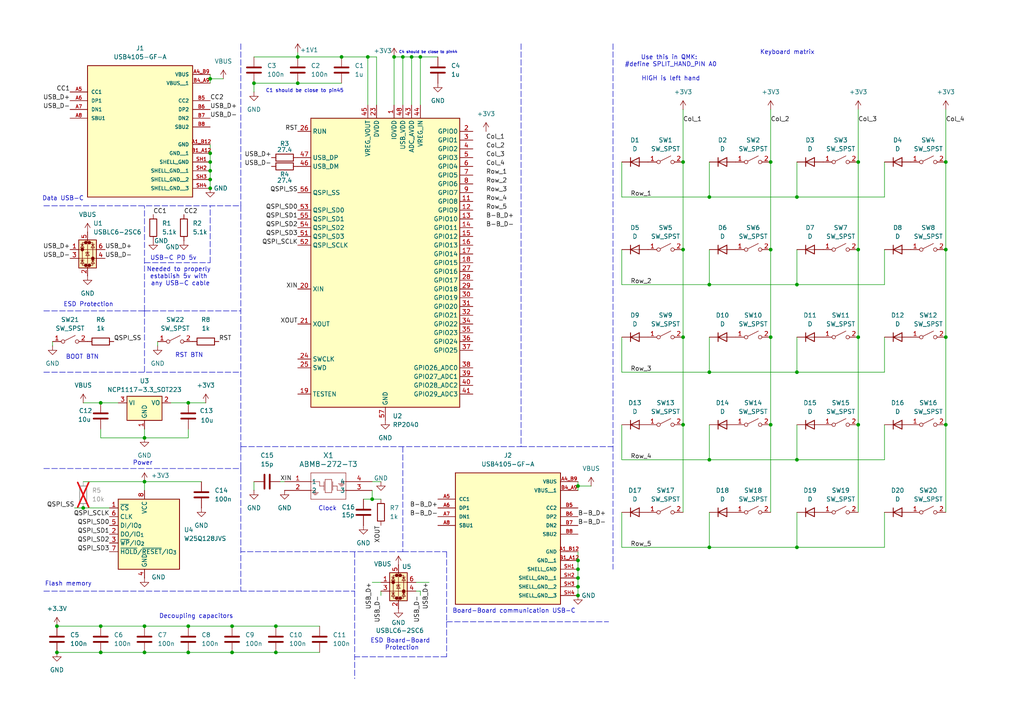
<source format=kicad_sch>
(kicad_sch (version 20250114) (generator "eeschema") (generator_version "9.0")
  (paper "A4")
  (title_block (title "Split Choc Z Board Master Layout") (date "2025-05-07") (rev "1"))
  (text "BOOT BTN" (at 23.876 103.632 0) (effects (font (size 1.27 1.27))))
  (text "Use this in QMK: \n#define SPLIT_HAND_PIN A0\n\nHIGH is left hand" (at 194.564 19.812 0) (effects (font (size 1.27 1.27))))
  (text "Clock" (at 94.996 147.574 0) (effects (font (size 1.27 1.27))))
  (text "RST BTN" (at 54.864 103.124 0) (effects (font (size 1.27 1.27))))
  (text "ESD Protection" (at 25.654 88.392 0) (effects (font (size 1.27 1.27))))
  (text "Flash memory" (at 19.812 169.418 0) (effects (font (size 1.27 1.27))))
  (text "C1 should be close to pin45" (at 88.392 26.416 0) (effects (font (size 1.016 1.016))))
  (text "Data USB-C" (at 18.288 57.658 0) (effects (font (size 1.27 1.27))))
  (text "Board-Board communication USB-C" (at 149.098 177.292 0) (effects (font (size 1.27 1.27))))
  (text "Keyboard matrix" (at 228.346 15.24 0) (effects (font (size 1.27 1.27))))
  (text "C4 should be close to pin44" (at 124.206 15.24 0) (effects (font (size 0.762 0.762))))
  (text "USB-C PD 5v" (at 50.292 74.93 0) (effects (font (size 1.27 1.27))))
  (text "Decoupling capacitors" (at 56.896 178.816 0) (effects (font (size 1.27 1.27))))
  (text "Power" (at 41.402 134.366 0) (effects (font (size 1.27 1.27))))
  (text "ESD Board-Board \nProtection" (at 116.586 186.944 0) (effects (font (size 1.27 1.27))))
  (text "Needed to properly \nestablish 5v with \nany USB-C cable" (at 52.324 80.264 0) (effects (font (size 1.27 1.27))))
  (junction (at 167.64 162.56))
  (junction (at 24.13 147.32))
  (junction (at 60.96 46.99))
  (junction (at 231.14 133.35))
  (junction (at 54.61 181.61))
  (junction (at 248.92 46.99))
  (junction (at 54.61 116.84))
  (junction (at 29.21 181.61))
  (junction (at 205.74 107.95))
  (junction (at 60.96 22.86))
  (junction (at 248.92 72.39))
  (junction (at 86.36 16.51))
  (junction (at 107.95 144.78))
  (junction (at 231.14 57.15))
  (junction (at 41.91 139.7))
  (junction (at 41.91 181.61))
  (junction (at 41.91 127))
  (junction (at 274.32 46.99))
  (junction (at 29.21 116.84))
  (junction (at 167.64 167.64))
  (junction (at 119.38 16.51))
  (junction (at 80.01 189.23))
  (junction (at 223.52 123.19))
  (junction (at 60.96 44.45))
  (junction (at 67.31 181.61))
  (junction (at 116.84 16.51))
  (junction (at 205.74 158.75))
  (junction (at 248.92 123.19))
  (junction (at 167.64 172.72))
  (junction (at 99.06 16.51))
  (junction (at 205.74 133.35))
  (junction (at 223.52 46.99))
  (junction (at 16.51 189.23))
  (junction (at 205.74 82.55))
  (junction (at 231.14 158.75))
  (junction (at 41.91 189.23))
  (junction (at 16.51 181.61))
  (junction (at 60.96 49.53))
  (junction (at 80.01 181.61))
  (junction (at 60.96 52.07))
  (junction (at 223.52 72.39))
  (junction (at 198.12 97.79))
  (junction (at 167.64 165.1))
  (junction (at 167.64 140.97))
  (junction (at 54.61 189.23))
  (junction (at 274.32 97.79))
  (junction (at 106.68 16.51))
  (junction (at 167.64 170.18))
  (junction (at 198.12 72.39))
  (junction (at 86.36 24.13))
  (junction (at 231.14 82.55))
  (junction (at 121.92 16.51))
  (junction (at 198.12 123.19))
  (junction (at 67.31 189.23))
  (junction (at 73.66 24.13))
  (junction (at 274.32 72.39))
  (junction (at 198.12 46.99))
  (junction (at 231.14 107.95))
  (junction (at 29.21 189.23))
  (junction (at 274.32 123.19))
  (junction (at 248.92 97.79))
  (junction (at 223.52 97.79))
  (junction (at 60.96 54.61))
  (junction (at 205.74 57.15))
  (junction (at 114.3 16.51))
  (wire (pts (xy 205.74 57.15) (xy 180.34 57.15)))
  (wire (pts (xy 274.32 97.79) (xy 274.32 123.19)))
  (wire (pts (xy 167.64 140.97) (xy 167.64 142.24)))
  (wire (pts (xy 67.31 181.61) (xy 80.01 181.61)))
  (wire (pts (xy 198.12 31.75) (xy 198.12 46.99)))
  (wire (pts (xy 223.52 123.19) (xy 223.52 148.59)))
  (polyline (pts (xy 151.13 129.54) (xy 177.8 129.54)) (stroke (width 0) (type dash)))
  (wire (pts (xy 256.54 123.19) (xy 256.54 133.35)))
  (polyline (pts (xy 69.85 171.45) (xy 102.87 171.45)) (stroke (width 0) (type dash)))
  (wire (pts (xy 24.13 139.7) (xy 41.91 139.7)))
  (polyline (pts (xy 116.84 160.02) (xy 129.54 160.02)) (stroke (width 0) (type dash)))
  (polyline (pts (xy 41.91 90.17) (xy 41.91 59.69)) (stroke (width 0) (type dash)))
  (wire (pts (xy 45.72 100.33) (xy 45.72 99.06)))
  (wire (pts (xy 223.52 72.39) (xy 223.52 97.79)))
  (wire (pts (xy 180.34 158.75) (xy 205.74 158.75)))
  (wire (pts (xy 119.38 16.51) (xy 121.92 16.51)))
  (wire (pts (xy 110.49 172.72) (xy 110.49 171.45)))
  (wire (pts (xy 15.24 100.33) (xy 15.24 99.06)))
  (wire (pts (xy 121.92 171.45) (xy 120.65 171.45)))
  (wire (pts (xy 67.31 189.23) (xy 80.01 189.23)))
  (wire (pts (xy 223.52 46.99) (xy 223.52 72.39)))
  (wire (pts (xy 60.96 21.59) (xy 60.96 22.86)))
  (wire (pts (xy 167.64 139.7) (xy 167.64 140.97)))
  (wire (pts (xy 29.21 124.46) (xy 29.21 127)))
  (wire (pts (xy 256.54 97.79) (xy 256.54 107.95)))
  (wire (pts (xy 16.51 189.23) (xy 29.21 189.23)))
  (wire (pts (xy 60.96 22.86) (xy 64.77 22.86)))
  (polyline (pts (xy 69.85 129.54) (xy 69.85 135.89)) (stroke (width 0) (type dash)))
  (wire (pts (xy 274.32 123.19) (xy 274.32 148.59)))
  (polyline (pts (xy 41.91 90.17) (xy 41.91 107.95)) (stroke (width 0) (type dash)))
  (polyline (pts (xy 12.7 171.45) (xy 69.85 171.45)) (stroke (width 0) (type dash)))
  (wire (pts (xy 119.38 30.48) (xy 119.38 16.51)))
  (wire (pts (xy 256.54 133.35) (xy 231.14 133.35)))
  (wire (pts (xy 121.92 30.48) (xy 121.92 16.51)))
  (polyline (pts (xy 69.85 12.7) (xy 69.85 59.69)) (stroke (width 0) (type dash)))
  (wire (pts (xy 198.12 72.39) (xy 198.12 97.79)))
  (wire (pts (xy 29.21 127) (xy 41.91 127)))
  (wire (pts (xy 80.01 189.23) (xy 92.71 189.23)))
  (wire (pts (xy 107.95 144.78) (xy 110.49 144.78)))
  (wire (pts (xy 54.61 116.84) (xy 59.69 116.84)))
  (wire (pts (xy 121.92 172.72) (xy 121.92 171.45)))
  (polyline (pts (xy 177.8 12.7) (xy 177.8 165.1)) (stroke (width 0) (type dash)))
  (wire (pts (xy 274.32 72.39) (xy 274.32 97.79)))
  (wire (pts (xy 231.14 123.19) (xy 231.14 133.35)))
  (wire (pts (xy 41.91 139.7) (xy 58.42 139.7)))
  (polyline (pts (xy 102.87 171.45) (xy 102.87 196.85)) (stroke (width 0) (type dash)))
  (wire (pts (xy 256.54 57.15) (xy 231.14 57.15)))
  (wire (pts (xy 54.61 127) (xy 54.61 124.46)))
  (wire (pts (xy 248.92 31.75) (xy 248.92 46.99)))
  (wire (pts (xy 60.96 46.99) (xy 60.96 49.53)))
  (wire (pts (xy 223.52 31.75) (xy 223.52 46.99)))
  (wire (pts (xy 167.64 167.64) (xy 167.64 170.18)))
  (wire (pts (xy 180.34 158.75) (xy 180.34 148.59)))
  (wire (pts (xy 107.95 142.24) (xy 107.95 144.78)))
  (polyline (pts (xy 12.7 135.89) (xy 69.85 135.89)) (stroke (width 0) (type dash)))
  (wire (pts (xy 114.3 16.51) (xy 116.84 16.51)))
  (wire (pts (xy 205.74 46.99) (xy 205.74 57.15)))
  (wire (pts (xy 256.54 72.39) (xy 256.54 82.55)))
  (wire (pts (xy 29.21 181.61) (xy 41.91 181.61)))
  (wire (pts (xy 21.59 147.32) (xy 24.13 147.32)))
  (wire (pts (xy 54.61 189.23) (xy 67.31 189.23)))
  (wire (pts (xy 248.92 123.19) (xy 248.92 148.59)))
  (wire (pts (xy 119.38 16.51) (xy 116.84 16.51)))
  (wire (pts (xy 16.51 181.61) (xy 29.21 181.61)))
  (wire (pts (xy 256.54 82.55) (xy 231.14 82.55)))
  (wire (pts (xy 167.64 162.56) (xy 167.64 165.1)))
  (wire (pts (xy 198.12 123.19) (xy 198.12 148.59)))
  (wire (pts (xy 86.36 24.13) (xy 99.06 24.13)))
  (wire (pts (xy 180.34 107.95) (xy 180.34 97.79)))
  (wire (pts (xy 231.14 82.55) (xy 205.74 82.55)))
  (wire (pts (xy 29.21 189.23) (xy 41.91 189.23)))
  (wire (pts (xy 81.28 139.7) (xy 82.55 139.7)))
  (wire (pts (xy 49.53 116.84) (xy 54.61 116.84)))
  (wire (pts (xy 167.64 140.97) (xy 171.45 140.97)))
  (wire (pts (xy 167.64 165.1) (xy 167.64 167.64)))
  (polyline (pts (xy 41.91 76.2) (xy 60.96 76.2)) (stroke (width 0) (type dash)))
  (wire (pts (xy 60.96 44.45) (xy 60.96 46.99)))
  (polyline (pts (xy 69.85 135.89) (xy 69.85 171.45)) (stroke (width 0) (type dash)))
  (wire (pts (xy 205.74 82.55) (xy 180.34 82.55)))
  (wire (pts (xy 205.74 123.19) (xy 205.74 133.35)))
  (wire (pts (xy 198.12 46.99) (xy 198.12 72.39)))
  (wire (pts (xy 231.14 148.59) (xy 231.14 158.75)))
  (wire (pts (xy 231.14 97.79) (xy 231.14 107.95)))
  (wire (pts (xy 198.12 97.79) (xy 198.12 123.19)))
  (polyline (pts (xy 151.13 12.7) (xy 151.13 129.54)) (stroke (width 0) (type dash)))
  (wire (pts (xy 60.96 52.07) (xy 60.96 54.61)))
  (wire (pts (xy 256.54 46.99) (xy 256.54 57.15)))
  (polyline (pts (xy 69.85 129.54) (xy 151.13 129.54)) (stroke (width 0) (type dash)))
  (polyline (pts (xy 102.87 160.02) (xy 102.87 171.45)) (stroke (width 0) (type dash)))
  (wire (pts (xy 73.66 139.7) (xy 73.66 142.24)))
  (wire (pts (xy 41.91 189.23) (xy 54.61 189.23)))
  (wire (pts (xy 231.14 133.35) (xy 205.74 133.35)))
  (wire (pts (xy 231.14 57.15) (xy 205.74 57.15)))
  (polyline (pts (xy 12.7 59.69) (xy 69.85 59.69)) (stroke (width 0) (type dash)))
  (wire (pts (xy 231.14 72.39) (xy 231.14 82.55)))
  (wire (pts (xy 274.32 31.75) (xy 274.32 46.99)))
  (wire (pts (xy 124.46 168.91) (xy 120.65 168.91)))
  (wire (pts (xy 167.64 170.18) (xy 167.64 172.72)))
  (wire (pts (xy 116.84 16.51) (xy 116.84 30.48)))
  (polyline (pts (xy 60.96 76.2) (xy 60.96 59.69)) (stroke (width 0) (type dash)))
  (wire (pts (xy 256.54 148.59) (xy 256.54 158.75)))
  (polyline (pts (xy 129.54 180.34) (xy 176.53 180.34)) (stroke (width 0) (type dash)))
  (wire (pts (xy 205.74 107.95) (xy 180.34 107.95)))
  (wire (pts (xy 54.61 181.61) (xy 67.31 181.61)))
  (wire (pts (xy 80.01 181.61) (xy 92.71 181.61)))
  (wire (pts (xy 248.92 97.79) (xy 248.92 123.19)))
  (wire (pts (xy 106.68 16.51) (xy 99.06 16.51)))
  (wire (pts (xy 86.36 15.24) (xy 86.36 16.51)))
  (wire (pts (xy 24.13 147.32) (xy 31.75 147.32)))
  (wire (pts (xy 109.22 16.51) (xy 106.68 16.51)))
  (wire (pts (xy 107.95 168.91) (xy 110.49 168.91)))
  (wire (pts (xy 205.74 72.39) (xy 205.74 82.55)))
  (wire (pts (xy 109.22 30.48) (xy 109.22 16.51)))
  (polyline (pts (xy 12.7 90.17) (xy 41.91 90.17)) (stroke (width 0) (type dash)))
  (wire (pts (xy 180.34 82.55) (xy 180.34 72.39)))
  (wire (pts (xy 180.34 57.15) (xy 180.34 46.99)))
  (wire (pts (xy 205.74 133.35) (xy 180.34 133.35)))
  (polyline (pts (xy 129.54 180.34) (xy 129.54 190.5)) (stroke (width 0) (type dash)))
  (wire (pts (xy 73.66 24.13) (xy 86.36 24.13)))
  (wire (pts (xy 223.52 97.79) (xy 223.52 123.19)))
  (wire (pts (xy 24.13 116.84) (xy 29.21 116.84)))
  (wire (pts (xy 60.96 22.86) (xy 60.96 24.13)))
  (polyline (pts (xy 41.91 90.17) (xy 69.85 90.17)) (stroke (width 0) (type dash)))
  (polyline (pts (xy 116.84 129.54) (xy 116.84 160.02)) (stroke (width 0) (type dash)))
  (wire (pts (xy 73.66 16.51) (xy 86.36 16.51)))
  (wire (pts (xy 205.74 97.79) (xy 205.74 107.95)))
  (wire (pts (xy 274.32 46.99) (xy 274.32 72.39)))
  (wire (pts (xy 60.96 41.91) (xy 60.96 44.45)))
  (wire (pts (xy 248.92 72.39) (xy 248.92 97.79)))
  (wire (pts (xy 256.54 107.95) (xy 231.14 107.95)))
  (polyline (pts (xy 12.7 107.95) (xy 69.85 107.95)) (stroke (width 0) (type dash)))
  (wire (pts (xy 86.36 16.51) (xy 99.06 16.51)))
  (wire (pts (xy 205.74 148.59) (xy 205.74 158.75)))
  (wire (pts (xy 41.91 142.24) (xy 41.91 139.7)))
  (wire (pts (xy 73.66 24.13) (xy 73.66 26.67)))
  (wire (pts (xy 41.91 124.46) (xy 41.91 127)))
  (wire (pts (xy 256.54 158.75) (xy 231.14 158.75)))
  (polyline (pts (xy 129.54 190.5) (xy 102.87 190.5)) (stroke (width 0) (type dash)))
  (wire (pts (xy 248.92 46.99) (xy 248.92 72.39)))
  (polyline (pts (xy 69.85 59.69) (xy 69.85 129.54)) (stroke (width 0) (type dash)))
  (wire (pts (xy 60.96 49.53) (xy 60.96 52.07)))
  (wire (pts (xy 231.14 46.99) (xy 231.14 57.15)))
  (wire (pts (xy 231.14 107.95) (xy 205.74 107.95)))
  (polyline (pts (xy 129.54 160.02) (xy 129.54 180.34)) (stroke (width 0) (type dash)))
  (wire (pts (xy 29.21 116.84) (xy 34.29 116.84)))
  (wire (pts (xy 114.3 30.48) (xy 114.3 16.51)))
  (wire (pts (xy 167.64 160.02) (xy 167.64 162.56)))
  (wire (pts (xy 110.49 139.7) (xy 107.95 139.7)))
  (wire (pts (xy 41.91 127) (xy 54.61 127)))
  (wire (pts (xy 231.14 158.75) (xy 205.74 158.75)))
  (wire (pts (xy 121.92 16.51) (xy 127 16.51)))
  (wire (pts (xy 107.95 144.78) (xy 105.41 144.78)))
  (wire (pts (xy 106.68 16.51) (xy 106.68 30.48)))
  (wire (pts (xy 41.91 181.61) (xy 54.61 181.61)))
  (polyline (pts (xy 116.84 160.02) (xy 69.85 160.02)) (stroke (width 0) (type dash)))
  (wire (pts (xy 180.34 133.35) (xy 180.34 123.19)))
  (label "Col_4" (at 140.97 48.26 0))
  (label "USB_D+" (at 78.74 45.72 180))
  (label "RST" (at 86.36 38.1 180))
  (label "QSPI_SD2" (at 31.75 157.48 180))
  (label "QSPI_SD0" (at 86.36 60.96 180))
  (label "Col_1" (at 198.12 35.56 0))
  (label "QSPI_SD3" (at 31.75 160.02 180))
  (label "QSPI_SD3" (at 86.36 68.58 180))
  (label "CC2" (at 60.96 29.21 0))
  (label "QSPI_SS" (at 21.59 147.32 180))
  (label "USB_D+" (at 107.95 168.91 270))
  (label "Col_3" (at 248.92 35.56 0))
  (label "USB_D-" (at 110.49 172.72 270))
  (label "USB_D-" (at 30.48 74.93 0))
  (label "CC1" (at 20.32 26.67 180))
  (label "USB_D-" (at 20.32 74.93 180))
  (label "XIN" (at 86.36 83.82 180))
  (label "QSPI_SD1" (at 31.75 154.94 180))
  (label "USB_D+" (at 20.32 29.21 180))
  (label "Row_3" (at 182.88 107.95 0))
  (label "Row_1" (at 182.88 57.15 0))
  (label "Col_2" (at 140.97 43.18 0))
  (label "Row_4" (at 140.97 58.42 0))
  (label "USB_D-" (at 20.32 31.75 180))
  (label "Row_5" (at 182.88 158.75 0))
  (label "Row_2" (at 182.88 82.55 0))
  (label "USB_D+" (at 20.32 72.39 180))
  (label "QSPI_SD2" (at 86.36 66.04 180))
  (label "QSPI_SS" (at 86.36 55.88 180))
  (label "USB_D+" (at 30.48 72.39 0))
  (label "Row_2" (at 140.97 53.34 0))
  (label "QSPI_SCLK" (at 31.75 149.86 180))
  (label "CC2" (at 53.34 62.23 0))
  (label "B-B_D-" (at 167.64 152.4 0))
  (label "USB_D+" (at 124.46 168.91 270))
  (label "Col_3" (at 140.97 45.72 0))
  (label "Row_4" (at 182.88 133.35 0))
  (label "USB_D+" (at 60.96 31.75 0))
  (label "XIN" (at 81.28 139.7 0))
  (label "Col_4" (at 274.32 35.56 0))
  (label "CC1" (at 44.45 62.23 0))
  (label "XOUT" (at 110.49 152.4 270))
  (label "B-B_D+" (at 167.64 149.86 0))
  (label "QSPI_SD1" (at 86.36 63.5 180))
  (label "QSPI_SCLK" (at 86.36 71.12 180))
  (label "USB_D-" (at 121.92 172.72 270))
  (label "B-B_D+" (at 127 147.32 180))
  (label "QSPI_SD0" (at 31.75 152.4 180))
  (label "B-B_D+" (at 140.97 63.5 0))
  (label "Row_5" (at 140.97 60.96 0))
  (label "RST" (at 63.5 99.06 0))
  (label "QSPI_SS" (at 33.02 99.06 0))
  (label "B-B_D-" (at 127 149.86 180))
  (label "Col_2" (at 223.52 35.56 0))
  (label "Row_3" (at 140.97 55.88 0))
  (label "Row_1" (at 140.97 50.8 0))
  (label "B-B_D-" (at 140.97 66.04 0))
  (label "USB_D-" (at 78.74 48.26 180))
  (label "XOUT" (at 86.36 93.98 180))
  (label "Col_1" (at 140.97 40.64 0))
  (label "USB_D-" (at 60.96 34.29 0))
  (symbol (lib_id "Device:R") (at 29.21 99.06 90) (unit 1)
    (property "Reference" "R6" (at 29.21 92.71 90))
    (property "Value" "1k" (at 29.21 95.25 90))
    (property "Footprint" "Resistor_SMD:R_0603_1608Metric" (effects (hide yes)))
    (property "Description" "Resistor" (effects (hide yes)))
  )
  (symbol (lib_id "power:+3V3") (at 59.69 116.84 0) (unit 1)
    (property "Reference" "#PWR016" (effects (hide yes)))
    (property "Value" "+3V3" (at 59.69 111.76 0))
    (property "Description" "Power symbol creates a global label with name \"+3V3\"" (effects (hide yes)))
  )
  (symbol (lib_id "Device:C") (at 29.21 120.65 0) (unit 1)
    (property "Reference" "C12" (at 22.86 119.126 0) (effects (justify left)))
    (property "Value" "10u" (at 22.606 121.666 0) (effects (justify left)))
    (property "Footprint" "Capacitor_SMD:C_0402_1005Metric" (effects (hide yes)))
    (property "Description" "Unpolarized capacitor" (effects (hide yes)))
  )
  (symbol (lib_id "Switch:SW_SPST") (at 269.24 72.39 0) (unit 1)
    (property "Reference" "SW8" (at 269.24 66.04 0))
    (property "Value" "SW_SPST" (at 269.24 68.58 0))
    (property "Footprint" "ScottoKeebs_Choc:Choc_V1_1.00u" (effects (hide yes)))
    (property "Description" "Single Pole Single Throw (SPST) switch" (effects (hide yes)))
  )
  (symbol (lib_id "Device:D") (at 260.35 72.39 0) (unit 1)
    (property "Reference" "D8" (at 260.35 66.04 0))
    (property "Value" "D" (at 260.35 68.58 0))
    (property "Footprint" "footprints:SOD123_MCC" (effects (hide yes)))
    (property "Description" "Diode" (effects (hide yes)))
    (property "Sim.Device" "D" (effects (hide yes)))
    (property "Sim.Pins" "1=K 2=A" (effects (hide yes)))
  )
  (symbol (lib_id "Device:C") (at 99.06 20.32 0) (unit 1)
    (property "Reference" "C1" (at 102.87 19.0499 0) (effects (justify left)))
    (property "Value" "1u" (at 102.87 21.5899 0) (effects (justify left)))
    (property "Footprint" "Capacitor_SMD:C_0402_1005Metric" (effects (hide yes)))
    (property "Description" "Unpolarized capacitor" (effects (hide yes)))
  )
  (symbol (lib_id "Switch:SW_SPST") (at 218.44 46.99 0) (unit 1)
    (property "Reference" "SW2" (at 218.44 40.64 0))
    (property "Value" "SW_SPST" (at 218.44 43.18 0))
    (property "Footprint" "ScottoKeebs_Choc:Choc_V1_1.00u" (effects (hide yes)))
    (property "Description" "Single Pole Single Throw (SPST) switch" (effects (hide yes)))
  )
  (symbol (lib_id "power:GND") (at 60.96 54.61 0) (unit 1)
    (property "Reference" "#PWR021" (effects (hide yes)))
    (property "Value" "GND" (at 64.008 54.61 0))
    (property "Description" "Power symbol creates a global label with name \"GND\" , ground" (effects (hide yes)))
  )
  (symbol (lib_id "Device:R") (at 44.45 66.04 180) (unit 1)
    (property "Reference" "R1" (at 46.99 64.7699 0) (effects (justify right)))
    (property "Value" "5.1k" (at 46.99 67.3099 0) (effects (justify right)))
    (property "Footprint" "Resistor_SMD:R_0603_1608Metric" (effects (hide yes)))
    (property "Description" "Resistor" (effects (hide yes)))
  )
  (symbol (lib_id "power:GND") (at 15.24 100.33 0) (unit 1)
    (property "Reference" "#PWR024" (effects (hide yes)))
    (property "Value" "GND" (at 15.24 105.41 0))
    (property "Description" "Power symbol creates a global label with name \"GND\" , ground" (effects (hide yes)))
  )
  (symbol (lib_id "MCU_RaspberryPi:RP2040") (at 111.76 76.2 0) (unit 1)
    (property "Reference" "U2" (at 113.9033 120.65 0) (effects (justify left)))
    (property "Value" "RP2040" (at 113.9033 123.19 0) (effects (justify left)))
    (property "Footprint" "Package_DFN_QFN:QFN-56-1EP_7x7mm_P0.4mm_EP3.2x3.2mm" (effects (hide yes)))
    (property "Datasheet" "https://datasheets.raspberrypi.com/rp2040/rp2040-datasheet.pdf" (effects (hide yes)))
    (property "Description" "A microcontroller by Raspberry Pi" (effects (hide yes)))
  )
  (symbol (lib_id "Switch:SW_SPST") (at 243.84 72.39 0) (unit 1)
    (property "Reference" "SW7" (at 243.84 66.04 0))
    (property "Value" "SW_SPST" (at 243.84 68.58 0))
    (property "Footprint" "ScottoKeebs_Choc:Choc_V1_1.00u" (effects (hide yes)))
    (property "Description" "Single Pole Single Throw (SPST) switch" (effects (hide yes)))
  )
  (symbol (lib_id "Device:D") (at 234.95 72.39 0) (unit 1)
    (property "Reference" "D7" (at 234.95 66.04 0))
    (property "Value" "D" (at 234.95 68.58 0))
    (property "Footprint" "footprints:SOD123_MCC" (effects (hide yes)))
    (property "Description" "Diode" (effects (hide yes)))
    (property "Sim.Device" "D" (effects (hide yes)))
    (property "Sim.Pins" "1=K 2=A" (effects (hide yes)))
  )
  (symbol (lib_id "Switch:SW_SPST") (at 243.84 148.59 0) (unit 1)
    (property "Reference" "SW19" (at 243.84 142.24 0))
    (property "Value" "SW_SPST" (at 243.84 144.78 0))
    (property "Footprint" "ScottoKeebs_Choc:Choc_V1_1.00u" (effects (hide yes)))
    (property "Description" "Single Pole Single Throw (SPST) switch" (effects (hide yes)))
  )
  (symbol (lib_id "Switch:SW_SPST") (at 218.44 148.59 0) (unit 1)
    (property "Reference" "SW18" (at 218.44 142.24 0))
    (property "Value" "SW_SPST" (at 218.44 144.78 0))
    (property "Footprint" "ScottoKeebs_Choc:Choc_V1_1.00u" (effects (hide yes)))
    (property "Description" "Single Pole Single Throw (SPST) switch" (effects (hide yes)))
  )
  (symbol (lib_id "Device:R") (at 24.13 143.51 0) (unit 1) (dnp yes)
    (property "Reference" "R5" (at 26.67 142.2399 0) (effects (justify left)))
    (property "Value" "10k" (at 26.67 144.7799 0) (effects (justify left)))
    (property "Footprint" "Resistor_SMD:R_0603_1608Metric" (effects (hide yes)))
    (property "Description" "Resistor" (effects (hide yes)))
  )
  (symbol (lib_id "Switch:SW_SPST") (at 193.04 46.99 0) (unit 1)
    (property "Reference" "SW1" (at 193.04 40.64 0))
    (property "Value" "SW_SPST" (at 193.04 43.18 0))
    (property "Footprint" "ScottoKeebs_Choc:Choc_V1_1.00u" (effects (hide yes)))
    (property "Description" "Single Pole Single Throw (SPST) switch" (effects (hide yes)))
  )
  (symbol (lib_id "Switch:SW_SPST") (at 269.24 148.59 0) (unit 1)
    (property "Reference" "SW20" (at 269.24 142.24 0))
    (property "Value" "SW_SPST" (at 269.24 144.78 0))
    (property "Footprint" "ScottoKeebs_Choc:Choc_V1_1.00u" (effects (hide yes)))
    (property "Description" "Single Pole Single Throw (SPST) switch" (effects (hide yes)))
  )
  (symbol (lib_id "power:GND") (at 82.55 142.24 0) (unit 1)
    (property "Reference" "#PWR029" (effects (hide yes)))
    (property "Value" "GND" (at 82.55 147.32 0))
    (property "Description" "Power symbol creates a global label with name \"GND\" , ground" (effects (hide yes)))
  )
  (symbol (lib_id "Switch:SW_SPST") (at 269.24 123.19 0) (unit 1)
    (property "Reference" "SW16" (at 269.24 116.84 0))
    (property "Value" "SW_SPST" (at 269.24 119.38 0))
    (property "Footprint" "ScottoKeebs_Choc:Choc_V1_1.00u" (effects (hide yes)))
    (property "Description" "Single Pole Single Throw (SPST) switch" (effects (hide yes)))
  )
  (symbol (lib_id "power:GND") (at 41.91 127 0) (unit 1)
    (property "Reference" "#PWR017" (effects (hide yes)))
    (property "Value" "GND" (at 41.91 132.08 0))
    (property "Description" "Power symbol creates a global label with name \"GND\" , ground" (effects (hide yes)))
  )
  (symbol (lib_id "power:VBUS") (at 171.45 140.97 0) (unit 1)
    (property "Reference" "#PWR032" (effects (hide yes)))
    (property "Value" "VBUS" (at 171.45 135.89 0))
    (property "Description" "Power symbol creates a global label with name \"VBUS\"" (effects (hide yes)))
  )
  (symbol (lib_id "Switch:SW_SPST") (at 218.44 72.39 0) (unit 1)
    (property "Reference" "SW6" (at 218.44 66.04 0))
    (property "Value" "SW_SPST" (at 218.44 68.58 0))
    (property "Footprint" "ScottoKeebs_Choc:Choc_V1_1.00u" (effects (hide yes)))
    (property "Description" "Single Pole Single Throw (SPST) switch" (effects (hide yes)))
  )
  (symbol (lib_id "Switch:SW_SPST") (at 193.04 72.39 0) (unit 1)
    (property "Reference" "SW5" (at 193.04 66.04 0))
    (property "Value" "SW_SPST" (at 193.04 68.58 0))
    (property "Footprint" "ScottoKeebs_Choc:Choc_V1_1.00u" (effects (hide yes)))
    (property "Description" "Single Pole Single Throw (SPST) switch" (effects (hide yes)))
  )
  (symbol (lib_id "Device:D") (at 260.35 97.79 0) (unit 1)
    (property "Reference" "D12" (at 260.35 91.44 0))
    (property "Value" "D" (at 260.35 93.98 0))
    (property "Footprint" "footprints:SOD123_MCC" (effects (hide yes)))
    (property "Description" "Diode" (effects (hide yes)))
    (property "Sim.Device" "D" (effects (hide yes)))
    (property "Sim.Pins" "1=K 2=A" (effects (hide yes)))
  )
  (symbol (lib_id "Device:D") (at 209.55 97.79 0) (unit 1)
    (property "Reference" "D10" (at 209.55 91.44 0))
    (property "Value" "D" (at 209.55 93.98 0))
    (property "Footprint" "footprints:SOD123_MCC" (effects (hide yes)))
    (property "Description" "Diode" (effects (hide yes)))
    (property "Sim.Device" "D" (effects (hide yes)))
    (property "Sim.Pins" "1=K 2=A" (effects (hide yes)))
  )
  (symbol (lib_id "Device:D") (at 260.35 148.59 0) (unit 1)
    (property "Reference" "D20" (at 260.35 142.24 0))
    (property "Value" "D" (at 260.35 144.78 0))
    (property "Footprint" "footprints:SOD123_MCC" (effects (hide yes)))
    (property "Description" "Diode" (effects (hide yes)))
    (property "Sim.Device" "D" (effects (hide yes)))
    (property "Sim.Pins" "1=K 2=A" (effects (hide yes)))
  )
  (symbol (lib_id "power:+3V3") (at 223.52 31.75 0) (unit 1)
    (property "Reference" "#PWR03" (effects (hide yes)))
    (property "Value" "+3V3" (at 223.52 26.67 0))
    (property "Description" "Power symbol creates a global label with name \"+3V3\"" (effects (hide yes)))
  )
  (symbol (lib_id "Device:C") (at 73.66 20.32 0) (unit 1)
    (property "Reference" "C3" (at 77.47 19.0499 0) (effects (justify left)))
    (property "Value" "100n" (at 77.47 21.5899 0) (effects (justify left)))
    (property "Footprint" "Capacitor_SMD:C_0402_1005Metric" (effects (hide yes)))
    (property "Description" "Unpolarized capacitor" (effects (hide yes)))
  )
  (symbol (lib_id "Switch:SW_SPST") (at 269.24 46.99 0) (unit 1)
    (property "Reference" "SW4" (at 269.24 40.64 0))
    (property "Value" "SW_SPST" (at 269.24 43.18 0))
    (property "Footprint" "ScottoKeebs_Choc:Choc_V1_1.00u" (effects (hide yes)))
    (property "Description" "Single Pole Single Throw (SPST) switch" (effects (hide yes)))
  )
  (symbol (lib_id "Switch:SW_SPST") (at 243.84 46.99 0) (unit 1)
    (property "Reference" "SW3" (at 243.84 40.64 0))
    (property "Value" "SW_SPST" (at 243.84 43.18 0))
    (property "Footprint" "ScottoKeebs_Choc:Choc_V1_1.00u" (effects (hide yes)))
    (property "Description" "Single Pole Single Throw (SPST) switch" (effects (hide yes)))
  )
  (symbol (lib_id "power:VBUS") (at 115.57 163.83 0) (unit 1)
    (property "Reference" "#PWR033" (effects (hide yes)))
    (property "Value" "VBUS" (at 110.998 163.576 0))
    (property "Description" "Power symbol creates a global label with name \"VBUS\"" (effects (hide yes)))
  )
  (symbol (lib_id "Device:D") (at 184.15 46.99 0) (unit 1)
    (property "Reference" "D1" (at 184.15 40.64 0))
    (property "Value" "D" (at 184.15 43.18 0))
    (property "Footprint" "footprints:SOD123_MCC" (effects (hide yes)))
    (property "Description" "Diode" (effects (hide yes)))
    (property "Sim.Device" "D" (effects (hide yes)))
    (property "Sim.Pins" "1=K 2=A" (effects (hide yes)))
  )
  (symbol (lib_id "Device:D") (at 260.35 46.99 0) (unit 1)
    (property "Reference" "D4" (at 260.35 40.64 0))
    (property "Value" "D" (at 260.35 43.18 0))
    (property "Footprint" "footprints:SOD123_MCC" (effects (hide yes)))
    (property "Description" "Diode" (effects (hide yes)))
    (property "Sim.Device" "D" (effects (hide yes)))
    (property "Sim.Pins" "1=K 2=A" (effects (hide yes)))
  )
  (symbol (lib_id "Device:D") (at 234.95 148.59 0) (unit 1)
    (property "Reference" "D19" (at 234.95 142.24 0))
    (property "Value" "D" (at 234.95 144.78 0))
    (property "Footprint" "footprints:SOD123_MCC" (effects (hide yes)))
    (property "Description" "Diode" (effects (hide yes)))
    (property "Sim.Device" "D" (effects (hide yes)))
    (property "Sim.Pins" "1=K 2=A" (effects (hide yes)))
  )
  (symbol (lib_id "Device:C") (at 80.01 185.42 0) (unit 1)
    (property "Reference" "C10" (at 83.82 184.1499 0) (effects (justify left)))
    (property "Value" "100n" (at 83.82 186.6899 0) (effects (justify left)))
    (property "Footprint" "Capacitor_SMD:C_0402_1005Metric" (effects (hide yes)))
    (property "Description" "Unpolarized capacitor" (effects (hide yes)))
  )
  (symbol (lib_id "Switch:SW_SPST") (at 269.24 97.79 0) (unit 1)
    (property "Reference" "SW12" (at 269.24 91.44 0))
    (property "Value" "SW_SPST" (at 269.24 93.98 0))
    (property "Footprint" "ScottoKeebs_Choc:Choc_V1_1.00u" (effects (hide yes)))
    (property "Description" "Single Pole Single Throw (SPST) switch" (effects (hide yes)))
  )
  (symbol (lib_id "Power_Protection:USBLC6-2SC6") (at 25.4 72.39 0) (unit 1)
    (property "Reference" "U1" (at 27.0511 64.77 0) (effects (justify left)))
    (property "Value" "USBLC6-2SC6" (at 27.0511 67.31 0) (effects (justify left)))
    (property "Footprint" "Package_TO_SOT_SMD:SOT-23-6" (effects (hide yes)))
    (property "Datasheet" "https://www.st.com/resource/en/datasheet/usblc6-2.pdf" (effects (hide yes)))
    (property "Description" "Very low capacitance ESD protection diode, 2 data-line, SOT-23-6" (effects (hide yes)))
  )
  (symbol (lib_id "Device:D") (at 260.35 123.19 0) (unit 1)
    (property "Reference" "D16" (at 260.35 116.84 0))
    (property "Value" "D" (at 260.35 119.38 0))
    (property "Footprint" "footprints:SOD123_MCC" (effects (hide yes)))
    (property "Description" "Diode" (effects (hide yes)))
    (property "Sim.Device" "D" (effects (hide yes)))
    (property "Sim.Pins" "1=K 2=A" (effects (hide yes)))
  )
  (symbol (lib_id "USB4105-GF-A:USB4105-GF-A") (at 40.64 31.75 0) (unit 1)
    (property "Reference" "J1" (at 40.64 13.97 0))
    (property "Value" "USB4105-GF-A" (at 40.64 16.51 0))
    (property "Footprint" "Library:GCT_USB4105-GF-A" (effects (hide yes)))
    (property "PARTREV" "B4" (effects (hide yes)))
    (property "STANDARD" "Manufacturer Recommendations" (effects (hide yes)))
    (property "MAXIMUM_PACKAGE_HEIGHT" "3.31 mm" (effects (hide yes)))
    (property "MANUFACTURER" "GCT" (effects (hide yes)))
  )
  (symbol (lib_id "power:GND") (at 44.45 69.85 0) (unit 1)
    (property "Reference" "#PWR011" (effects (hide yes)))
    (property "Value" "GND" (at 46.736 69.85 0))
    (property "Description" "Power symbol creates a global label with name \"GND\" , ground" (effects (hide yes)))
  )
  (symbol (lib_id "Regulator_Linear:NCP1117-3.3_SOT223") (at 41.91 116.84 0) (unit 1)
    (property "Reference" "U3" (at 41.91 110.49 0))
    (property "Value" "NCP1117-3.3_SOT223" (at 41.91 113.03 0))
    (property "Footprint" "Package_TO_SOT_SMD:SOT-223-3_TabPin2" (effects (hide yes)))
    (property "Datasheet" "http://www.onsemi.com/pub_link/Collateral/NCP1117-D.PDF" (effects (hide yes)))
    (property "Description" "1A Low drop-out regulator, Fixed Output 3.3V, SOT-223" (effects (hide yes)))
  )
  (symbol (lib_id "Device:C") (at 77.47 139.7 90) (unit 1)
    (property "Reference" "C15" (at 77.47 132.08 90))
    (property "Value" "15p" (at 77.47 134.62 90))
    (property "Footprint" "Capacitor_SMD:C_0402_1005Metric" (effects (hide yes)))
    (property "Description" "Unpolarized capacitor" (effects (hide yes)))
  )
  (symbol (lib_id "Device:D") (at 184.15 148.59 0) (unit 1)
    (property "Reference" "D17" (at 184.15 142.24 0))
    (property "Value" "D" (at 184.15 144.78 0))
    (property "Footprint" "footprints:SOD123_MCC" (effects (hide yes)))
    (property "Description" "Diode" (effects (hide yes)))
    (property "Sim.Device" "D" (effects (hide yes)))
    (property "Sim.Pins" "1=K 2=A" (effects (hide yes)))
  )
  (symbol (lib_id "power:+3V3") (at 140.97 38.1 0) (unit 1)
    (property "Reference" "#PWR025" (effects (hide yes)))
    (property "Value" "+3V3" (at 140.97 33.02 0))
    (property "Description" "Power symbol creates a global label with name \"+3V3\"" (effects (hide yes)))
  )
  (symbol (lib_id "Device:C") (at 58.42 143.51 0) (unit 1)
    (property "Reference" "C14" (at 62.23 142.2399 0) (effects (justify left)))
    (property "Value" "100n" (at 62.23 144.7799 0) (effects (justify left)))
    (property "Footprint" "Capacitor_SMD:C_0402_1005Metric" (effects (hide yes)))
    (property "Description" "Unpolarized capacitor" (effects (hide yes)))
  )
  (symbol (lib_id "Device:D") (at 184.15 123.19 0) (unit 1)
    (property "Reference" "D13" (at 184.15 116.84 0))
    (property "Value" "D" (at 184.15 119.38 0))
    (property "Footprint" "footprints:SOD123_MCC" (effects (hide yes)))
    (property "Description" "Diode" (effects (hide yes)))
    (property "Sim.Device" "D" (effects (hide yes)))
    (property "Sim.Pins" "1=K 2=A" (effects (hide yes)))
  )
  (symbol (lib_id "Device:R") (at 82.55 48.26 90) (unit 1)
    (property "Reference" "R4" (at 82.55 50.546 90))
    (property "Value" "27.4" (at 82.55 52.324 90))
    (property "Footprint" "Resistor_SMD:R_0603_1608Metric" (effects (hide yes)))
    (property "Description" "Resistor" (effects (hide yes)))
  )
  (symbol (lib_id "Device:C") (at 16.51 185.42 0) (unit 1)
    (property "Reference" "C5" (at 20.32 184.1499 0) (effects (justify left)))
    (property "Value" "100n" (at 20.32 186.6899 0) (effects (justify left)))
    (property "Footprint" "Capacitor_SMD:C_0402_1005Metric" (effects (hide yes)))
    (property "Description" "Unpolarized capacitor" (effects (hide yes)))
  )
  (symbol (lib_id "power:+3.3V") (at 16.51 181.61 0) (unit 1)
    (property "Reference" "#PWR010" (effects (hide yes)))
    (property "Value" "+3.3V" (at 16.51 176.53 0))
    (property "Description" "Power symbol creates a global label with name \"+3.3V\"" (effects (hide yes)))
  )
  (symbol (lib_id "Device:D") (at 209.55 46.99 0) (unit 1)
    (property "Reference" "D2" (at 209.55 40.64 0))
    (property "Value" "D" (at 209.55 43.18 0))
    (property "Footprint" "footprints:SOD123_MCC" (effects (hide yes)))
    (property "Description" "Diode" (effects (hide yes)))
    (property "Sim.Device" "D" (effects (hide yes)))
    (property "Sim.Pins" "1=K 2=A" (effects (hide yes)))
  )
  (symbol (lib_id "Device:D") (at 234.95 97.79 0) (unit 1)
    (property "Reference" "D11" (at 234.95 91.44 0))
    (property "Value" "D" (at 234.95 93.98 0))
    (property "Footprint" "footprints:SOD123_MCC" (effects (hide yes)))
    (property "Description" "Diode" (effects (hide yes)))
    (property "Sim.Device" "D" (effects (hide yes)))
    (property "Sim.Pins" "1=K 2=A" (effects (hide yes)))
  )
  (symbol (lib_id "Device:C") (at 86.36 20.32 0) (unit 1)
    (property "Reference" "C2" (at 90.17 19.0499 0) (effects (justify left)))
    (property "Value" "100n" (at 90.17 21.5899 0) (effects (justify left)))
    (property "Footprint" "Capacitor_SMD:C_0402_1005Metric" (effects (hide yes)))
    (property "Description" "Unpolarized capacitor" (effects (hide yes)))
  )
  (symbol (lib_id "Device:C") (at 67.31 185.42 0) (unit 1)
    (property "Reference" "C9" (at 71.12 184.1499 0) (effects (justify left)))
    (property "Value" "100n" (at 71.12 186.6899 0) (effects (justify left)))
    (property "Footprint" "Capacitor_SMD:C_0402_1005Metric" (effects (hide yes)))
    (property "Description" "Unpolarized capacitor" (effects (hide yes)))
  )
  (symbol (lib_id "Switch:SW_SPST") (at 193.04 97.79 0) (unit 1)
    (property "Reference" "SW9" (at 193.04 91.44 0))
    (property "Value" "SW_SPST" (at 193.04 93.98 0))
    (property "Footprint" "ScottoKeebs_Choc:Choc_V1_1.00u" (effects (hide yes)))
    (property "Description" "Single Pole Single Throw (SPST) switch" (effects (hide yes)))
  )
  (symbol (lib_id "power:GND") (at 16.51 189.23 0) (unit 1)
    (property "Reference" "#PWR013" (effects (hide yes)))
    (property "Value" "GND" (at 16.51 194.31 0))
    (property "Description" "Power symbol creates a global label with name \"GND\" , ground" (effects (hide yes)))
  )
  (symbol (lib_id "power:VBUS") (at 24.13 116.84 0) (unit 1)
    (property "Reference" "#PWR015" (effects (hide yes)))
    (property "Value" "VBUS" (at 24.13 111.76 0))
    (property "Description" "Power symbol creates a global label with name \"VBUS\"" (effects (hide yes)))
  )
  (symbol (lib_id "power:GND") (at 73.66 26.67 0) (unit 1)
    (property "Reference" "#PWR07" (effects (hide yes)))
    (property "Value" "GND" (at 73.66 31.75 0))
    (property "Description" "Power symbol creates a global label with name \"GND\" , ground" (effects (hide yes)))
  )
  (symbol (lib_id "power:+3V3") (at 198.12 31.75 0) (unit 1)
    (property "Reference" "#PWR02" (effects (hide yes)))
    (property "Value" "+3V3" (at 198.12 26.67 0))
    (property "Description" "Power symbol creates a global label with name \"+3V3\"" (effects (hide yes)))
  )
  (symbol (lib_id "Device:C") (at 54.61 120.65 0) (unit 1)
    (property "Reference" "C13" (at 57.912 119.126 0) (effects (justify left)))
    (property "Value" "10u" (at 58.166 121.92 0) (effects (justify left)))
    (property "Footprint" "Capacitor_SMD:C_0402_1005Metric" (effects (hide yes)))
    (property "Description" "Unpolarized capacitor" (effects (hide yes)))
  )
  (symbol (lib_id "power:VBUS") (at 25.4 67.31 0) (unit 1)
    (property "Reference" "#PWR018" (effects (hide yes)))
    (property "Value" "VBUS" (at 25.4 62.23 0))
    (property "Description" "Power symbol creates a global label with name \"VBUS\"" (effects (hide yes)))
  )
  (symbol (lib_id "power:+3V3") (at 41.91 139.7 0) (unit 1)
    (property "Reference" "#PWR023" (effects (hide yes)))
    (property "Value" "+3V3" (at 46.482 137.922 0))
    (property "Description" "Power symbol creates a global label with name \"+3V3\"" (effects (hide yes)))
  )
  (symbol (lib_id "power:GND") (at 105.41 152.4 0) (unit 1)
    (property "Reference" "#PWR027" (effects (hide yes)))
    (property "Value" "GND" (at 105.41 157.48 0))
    (property "Description" "Power symbol creates a global label with name \"GND\" , ground" (effects (hide yes)))
  )
  (symbol (lib_id "Device:D") (at 184.15 97.79 0) (unit 1)
    (property "Reference" "D9" (at 184.15 91.44 0))
    (property "Value" "D" (at 184.15 93.98 0))
    (property "Footprint" "footprints:SOD123_MCC" (effects (hide yes)))
    (property "Description" "Diode" (effects (hide yes)))
    (property "Sim.Device" "D" (effects (hide yes)))
    (property "Sim.Pins" "1=K 2=A" (effects (hide yes)))
  )
  (symbol (lib_id "power:GND") (at 111.76 121.92 0) (unit 1)
    (property "Reference" "#PWR05" (effects (hide yes)))
    (property "Value" "GND" (at 111.76 127 0))
    (property "Description" "Power symbol creates a global label with name \"GND\" , ground" (effects (hide yes)))
  )
  (symbol (lib_id "power:+3V3") (at 248.92 31.75 0) (unit 1)
    (property "Reference" "#PWR04" (effects (hide yes)))
    (property "Value" "+3V3" (at 248.92 26.67 0))
    (property "Description" "Power symbol creates a global label with name \"+3V3\"" (effects (hide yes)))
  )
  (symbol (lib_id "power:VBUS") (at 64.77 22.86 0) (unit 1)
    (property "Reference" "#PWR014" (effects (hide yes)))
    (property "Value" "VBUS" (at 64.77 17.78 0))
    (property "Description" "Power symbol creates a global label with name \"VBUS\"" (effects (hide yes)))
  )
  (symbol (lib_id "Device:D") (at 234.95 123.19 0) (unit 1)
    (property "Reference" "D15" (at 234.95 116.84 0))
    (property "Value" "D" (at 234.95 119.38 0))
    (property "Footprint" "footprints:SOD123_MCC" (effects (hide yes)))
    (property "Description" "Diode" (effects (hide yes)))
    (property "Sim.Device" "D" (effects (hide yes)))
    (property "Sim.Pins" "1=K 2=A" (effects (hide yes)))
  )
  (symbol (lib_id "power:GND") (at 25.4 80.01 0) (unit 1)
    (property "Reference" "#PWR019" (effects (hide yes)))
    (property "Value" "GND" (at 25.4 85.09 0))
    (property "Description" "Power symbol creates a global label with name \"GND\" , ground" (effects (hide yes)))
  )
  (symbol (lib_id "Device:C") (at 92.71 185.42 0) (unit 1)
    (property "Reference" "C11" (at 96.52 184.1499 0) (effects (justify left)))
    (property "Value" "100n" (at 96.52 186.6899 0) (effects (justify left)))
    (property "Footprint" "Capacitor_SMD:C_0402_1005Metric" (effects (hide yes)))
    (property "Description" "Unpolarized capacitor" (effects (hide yes)))
  )
  (symbol (lib_id "Device:R") (at 82.55 45.72 90) (unit 1)
    (property "Reference" "R3" (at 82.55 41.656 90))
    (property "Value" "27.4" (at 82.55 43.434 90))
    (property "Footprint" "Resistor_SMD:R_0603_1608Metric" (effects (hide yes)))
    (property "Description" "Resistor" (effects (hide yes)))
  )
  (symbol (lib_id "Device:C") (at 105.41 148.59 0) (unit 1)
    (property "Reference" "C16" (at 99.06 147.066 0) (effects (justify left)))
    (property "Value" "15p" (at 99.06 149.352 0) (effects (justify left)))
    (property "Footprint" "Capacitor_SMD:C_0402_1005Metric" (effects (hide yes)))
    (property "Description" "Unpolarized capacitor" (effects (hide yes)))
  )
  (symbol (lib_id "Power_Protection:USBLC6-2SC6") (at 115.57 168.91 0) (unit 1)
    (property "Reference" "U5" (at 116.586 164.338 0) (effects (justify left)))
    (property "Value" "USBLC6-2SC6" (at 108.966 182.88 0) (effects (justify left)))
    (property "Footprint" "Package_TO_SOT_SMD:SOT-23-6" (effects (hide yes)))
    (property "Datasheet" "https://www.st.com/resource/en/datasheet/usblc6-2.pdf" (effects (hide yes)))
    (property "Description" "Very low capacitance ESD protection diode, 2 data-line, SOT-23-6" (effects (hide yes)))
  )
  (symbol (lib_id "Device:D") (at 209.55 72.39 0) (unit 1)
    (property "Reference" "D6" (at 209.55 66.04 0))
    (property "Value" "D" (at 209.55 68.58 0))
    (property "Footprint" "footprints:SOD123_MCC" (effects (hide yes)))
    (property "Description" "Diode" (effects (hide yes)))
    (property "Sim.Device" "D" (effects (hide yes)))
    (property "Sim.Pins" "1=K 2=A" (effects (hide yes)))
  )
  (symbol (lib_id "Device:R") (at 53.34 66.04 0) (unit 1)
    (property "Reference" "R2" (at 55.88 64.7699 0) (effects (justify left)))
    (property "Value" "5.1k" (at 55.88 67.3099 0) (effects (justify left)))
    (property "Footprint" "Resistor_SMD:R_0603_1608Metric" (effects (hide yes)))
    (property "Description" "Resistor" (effects (hide yes)))
  )
  (symbol (lib_id "power:+1V1") (at 86.36 15.24 0) (unit 1)
    (property "Reference" "#PWR08" (effects (hide yes)))
    (property "Value" "+1V1" (at 89.662 14.478 0))
    (property "Description" "Power symbol creates a global label with name \"+1V1\"" (effects (hide yes)))
  )
  (symbol (lib_id "USB4105-GF-A:USB4105-GF-A") (at 147.32 149.86 0) (unit 1)
    (property "Reference" "J2" (at 147.32 132.08 0))
    (property "Value" "USB4105-GF-A" (at 147.32 134.62 0))
    (property "Footprint" "Library:GCT_USB4105-GF-A" (effects (hide yes)))
    (property "PARTREV" "B4" (effects (hide yes)))
    (property "STANDARD" "Manufacturer Recommendations" (effects (hide yes)))
    (property "MAXIMUM_PACKAGE_HEIGHT" "3.31 mm" (effects (hide yes)))
    (property "MANUFACTURER" "GCT" (effects (hide yes)))
  )
  (symbol (lib_id "Device:C") (at 54.61 185.42 0) (unit 1)
    (property "Reference" "C8" (at 58.42 184.1499 0) (effects (justify left)))
    (property "Value" "100n" (at 58.42 186.6899 0) (effects (justify left)))
    (property "Footprint" "Capacitor_SMD:C_0402_1005Metric" (effects (hide yes)))
    (property "Description" "Unpolarized capacitor" (effects (hide yes)))
  )
  (symbol (lib_id "power:GND") (at 127 24.13 0) (unit 1)
    (property "Reference" "#PWR06" (effects (hide yes)))
    (property "Value" "GND" (at 127 29.21 0))
    (property "Description" "Power symbol creates a global label with name \"GND\" , ground" (effects (hide yes)))
  )
  (symbol (lib_id "Switch:SW_SPST") (at 243.84 97.79 0) (unit 1)
    (property "Reference" "SW11" (at 243.84 91.44 0))
    (property "Value" "SW_SPST" (at 243.84 93.98 0))
    (property "Footprint" "ScottoKeebs_Choc:Choc_V1_1.00u" (effects (hide yes)))
    (property "Description" "Single Pole Single Throw (SPST) switch" (effects (hide yes)))
  )
  (symbol (lib_id "power:GND") (at 58.42 147.32 0) (unit 1)
    (property "Reference" "#PWR022" (effects (hide yes)))
    (property "Value" "GND" (at 58.42 152.4 0))
    (property "Description" "Power symbol creates a global label with name \"GND\" , ground" (effects (hide yes)))
  )
  (symbol (lib_id "2025-06-15_23-12-14:ABM8-272-T3") (at 82.55 139.7 0) (unit 1)
    (property "Reference" "X1" (at 95.25 132.08 0) (effects (font (size 1.524 1.524))))
    (property "Value" "ABM8-272-T3" (at 95.25 134.62 0) (effects (font (size 1.524 1.524))))
    (property "Footprint" "Library:ABM8-272-T3_ABR" (effects (hide yes)))
    (property "Datasheet" "ABM8-272-T3" (effects (hide yes)))
  )
  (symbol (lib_id "power:GND") (at 73.66 142.24 0) (unit 1)
    (property "Reference" "#PWR026" (effects (hide yes)))
    (property "Value" "GND" (at 73.66 147.32 0))
    (property "Description" "Power symbol creates a global label with name \"GND\" , ground" (effects (hide yes)))
  )
  (symbol (lib_id "Device:R") (at 110.49 148.59 180) (unit 1)
    (property "Reference" "R7" (at 113.03 147.3199 0) (effects (justify right)))
    (property "Value" "1k" (at 113.03 149.8599 0) (effects (justify right)))
    (property "Footprint" "Resistor_SMD:R_0603_1608Metric" (effects (hide yes)))
    (property "Description" "Resistor" (effects (hide yes)))
  )
  (symbol (lib_id "power:GND") (at 53.34 69.85 0) (unit 1)
    (property "Reference" "#PWR012" (effects (hide yes)))
    (property "Value" "GND" (at 50.038 71.628 0))
    (property "Description" "Power symbol creates a global label with name \"GND\" , ground" (effects (hide yes)))
  )
  (symbol (lib_id "Device:D") (at 184.15 72.39 0) (unit 1)
    (property "Reference" "D5" (at 184.15 66.04 0))
    (property "Value" "D" (at 184.15 68.58 0))
    (property "Footprint" "footprints:SOD123_MCC" (effects (hide yes)))
    (property "Description" "Diode" (effects (hide yes)))
    (property "Sim.Device" "D" (effects (hide yes)))
    (property "Sim.Pins" "1=K 2=A" (effects (hide yes)))
  )
  (symbol (lib_id "Memory_Flash:W25Q128JVS") (at 41.91 154.94 0) (unit 1)
    (property "Reference" "U4" (at 53.34 153.6699 0) (effects (justify left)))
    (property "Value" "W25Q128JVS" (at 53.34 156.2099 0) (effects (justify left)))
    (property "Footprint" "Package_SO:SOIC-8_5.3x5.3mm_P1.27mm" (effects (hide yes)))
    (property "Datasheet" "https://www.winbond.com/resource-files/w25q128jv_dtr%20revc%2003272018%20plus.pdf" (effects (hide yes)))
    (property "Description" "128Mbit / 16MiB Serial Flash Memory, Standard/Dual/Quad SPI, 2.7-3.6V, SOIC-8" (effects (hide yes)))
  )
  (symbol (lib_id "Device:C") (at 127 20.32 0) (unit 1)
    (property "Reference" "C4" (at 130.81 19.0499 0) (effects (justify left)))
    (property "Value" "1u" (at 130.81 21.5899 0) (effects (justify left)))
    (property "Footprint" "Capacitor_SMD:C_0402_1005Metric" (effects (hide yes)))
    (property "Description" "Unpolarized capacitor" (effects (hide yes)))
  )
  (symbol (lib_id "Device:C") (at 41.91 185.42 0) (unit 1)
    (property "Reference" "C7" (at 45.72 184.1499 0) (effects (justify left)))
    (property "Value" "100n" (at 45.72 186.6899 0) (effects (justify left)))
    (property "Footprint" "Capacitor_SMD:C_0402_1005Metric" (effects (hide yes)))
    (property "Description" "Unpolarized capacitor" (effects (hide yes)))
  )
  (symbol (lib_id "power:GND") (at 167.64 172.72 0) (unit 1)
    (property "Reference" "#PWR031" (effects (hide yes)))
    (property "Value" "GND" (at 170.688 172.72 0))
    (property "Description" "Power symbol creates a global label with name \"GND\" , ground" (effects (hide yes)))
  )
  (symbol (lib_id "Switch:SW_SPST") (at 193.04 148.59 0) (unit 1)
    (property "Reference" "SW17" (at 193.04 142.24 0))
    (property "Value" "SW_SPST" (at 193.04 144.78 0))
    (property "Footprint" "ScottoKeebs_Choc:Choc_V1_1.00u" (effects (hide yes)))
    (property "Description" "Single Pole Single Throw (SPST) switch" (effects (hide yes)))
  )
  (symbol (lib_id "power:GND") (at 110.49 139.7 0) (unit 1)
    (property "Reference" "#PWR028" (effects (hide yes)))
    (property "Value" "GND" (at 110.49 138.684 0))
    (property "Description" "Power symbol creates a global label with name \"GND\" , ground" (effects (hide yes)))
  )
  (symbol (lib_id "power:GND") (at 41.91 167.64 0) (unit 1)
    (property "Reference" "#PWR020" (effects (hide yes)))
    (property "Value" "GND" (at 45.974 167.386 0))
    (property "Description" "Power symbol creates a global label with name \"GND\" , ground" (effects (hide yes)))
  )
  (symbol (lib_id "power:+3V3") (at 274.32 31.75 0) (unit 1)
    (property "Reference" "#PWR09" (effects (hide yes)))
    (property "Value" "+3V3" (at 274.32 26.67 0))
    (property "Description" "Power symbol creates a global label with name \"+3V3\"" (effects (hide yes)))
  )
  (symbol (lib_id "Device:D") (at 209.55 123.19 0) (unit 1)
    (property "Reference" "D14" (at 209.55 116.84 0))
    (property "Value" "D" (at 209.55 119.38 0))
    (property "Footprint" "footprints:SOD123_MCC" (effects (hide yes)))
    (property "Description" "Diode" (effects (hide yes)))
    (property "Sim.Device" "D" (effects (hide yes)))
    (property "Sim.Pins" "1=K 2=A" (effects (hide yes)))
  )
  (symbol (lib_id "Device:C") (at 29.21 185.42 0) (unit 1)
    (property "Reference" "C6" (at 33.02 184.1499 0) (effects (justify left)))
    (property "Value" "100n" (at 33.02 186.6899 0) (effects (justify left)))
    (property "Footprint" "Capacitor_SMD:C_0402_1005Metric" (effects (hide yes)))
    (property "Description" "Unpolarized capacitor" (effects (hide yes)))
  )
  (symbol (lib_id "Device:R") (at 59.69 99.06 90) (unit 1)
    (property "Reference" "R8" (at 59.69 92.71 90))
    (property "Value" "1k" (at 59.69 95.25 90))
    (property "Footprint" "Resistor_SMD:R_0603_1608Metric" (effects (hide yes)))
    (property "Description" "Resistor" (effects (hide yes)))
  )
  (symbol (lib_id "Switch:SW_SPST") (at 193.04 123.19 0) (unit 1)
    (property "Reference" "SW13" (at 193.04 116.84 0))
    (property "Value" "SW_SPST" (at 193.04 119.38 0))
    (property "Footprint" "ScottoKeebs_Choc:Choc_V1_1.00u" (effects (hide yes)))
    (property "Description" "Single Pole Single Throw (SPST) switch" (effects (hide yes)))
  )
  (symbol (lib_id "Switch:SW_SPST") (at 243.84 123.19 0) (unit 1)
    (property "Reference" "SW15" (at 243.84 116.84 0))
    (property "Value" "SW_SPST" (at 243.84 119.38 0))
    (property "Footprint" "ScottoKeebs_Choc:Choc_V1_1.00u" (effects (hide yes)))
    (property "Description" "Single Pole Single Throw (SPST) switch" (effects (hide yes)))
  )
  (symbol (lib_id "Device:D") (at 234.95 46.99 0) (unit 1)
    (property "Reference" "D3" (at 234.95 40.64 0))
    (property "Value" "D" (at 234.95 43.18 0))
    (property "Footprint" "footprints:SOD123_MCC" (effects (hide yes)))
    (property "Description" "Diode" (effects (hide yes)))
    (property "Sim.Device" "D" (effects (hide yes)))
    (property "Sim.Pins" "1=K 2=A" (effects (hide yes)))
  )
  (symbol (lib_id "power:+3V3") (at 114.3 16.51 0) (unit 1)
    (property "Reference" "#PWR01" (effects (hide yes)))
    (property "Value" "+3V3" (at 110.998 14.732 0))
    (property "Description" "Power symbol creates a global label with name \"+3V3\"" (effects (hide yes)))
  )
  (symbol (lib_id "power:GND") (at 115.57 176.53 0) (unit 1)
    (property "Reference" "#PWR034" (effects (hide yes)))
    (property "Value" "GND" (at 115.57 180.594 0))
    (property "Description" "Power symbol creates a global label with name \"GND\" , ground" (effects (hide yes)))
  )
  (symbol (lib_id "Device:D") (at 209.55 148.59 0) (unit 1)
    (property "Reference" "D18" (at 209.55 142.24 0))
    (property "Value" "D" (at 209.55 144.78 0))
    (property "Footprint" "footprints:SOD123_MCC" (effects (hide yes)))
    (property "Description" "Diode" (effects (hide yes)))
    (property "Sim.Device" "D" (effects (hide yes)))
    (property "Sim.Pins" "1=K 2=A" (effects (hide yes)))
  )
  (symbol (lib_id "Switch:SW_SPST") (at 218.44 97.79 0) (unit 1)
    (property "Reference" "SW10" (at 218.44 91.44 0))
    (property "Value" "SW_SPST" (at 218.44 93.98 0))
    (property "Footprint" "ScottoKeebs_Choc:Choc_V1_1.00u" (effects (hide yes)))
    (property "Description" "Single Pole Single Throw (SPST) switch" (effects (hide yes)))
  )
  (symbol (lib_id "Switch:SW_SPST") (at 50.8 99.06 0) (unit 1)
    (property "Reference" "SW22" (at 50.8 92.71 0))
    (property "Value" "SW_SPST" (at 50.8 95.25 0))
    (property "Description" "Single Pole Single Throw (SPST) switch" (effects (hide yes)))
  )
  (symbol (lib_id "Switch:SW_SPST") (at 20.32 99.06 0) (unit 1)
    (property "Reference" "SW21" (at 20.32 92.71 0))
    (property "Value" "SW_SPST" (at 20.32 95.25 0))
    (property "Description" "Single Pole Single Throw (SPST) switch" (effects (hide yes)))
  )
  (symbol (lib_id "Switch:SW_SPST") (at 218.44 123.19 0) (unit 1)
    (property "Reference" "SW14" (at 218.44 116.84 0))
    (property "Value" "SW_SPST" (at 218.44 119.38 0))
    (property "Footprint" "ScottoKeebs_Choc:Choc_V1_1.00u" (effects (hide yes)))
    (property "Description" "Single Pole Single Throw (SPST) switch" (effects (hide yes)))
  )
  (symbol (lib_id "power:GND") (at 45.72 100.33 0) (unit 1)
    (property "Reference" "#PWR030" (effects (hide yes)))
    (property "Value" "GND" (at 45.72 105.41 0))
    (property "Description" "Power symbol creates a global label with name \"GND\" , ground" (effects (hide yes)))
  )
)
</source>
